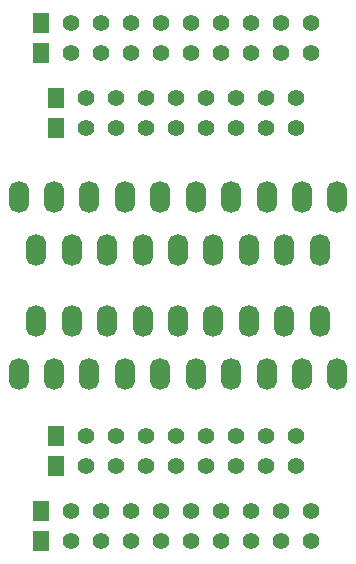
<source format=gts>
G04 (created by PCBNEW (2013-07-07 BZR 4022)-stable) date 05/11/2014 12:09:03*
%MOIN*%
G04 Gerber Fmt 3.4, Leading zero omitted, Abs format*
%FSLAX34Y34*%
G01*
G70*
G90*
G04 APERTURE LIST*
%ADD10C,0.00590551*%
%ADD11R,0.0551181X0.0669291*%
%ADD12C,0.0551181*%
%ADD13O,0.0669291X0.106299*%
G04 APERTURE END LIST*
G54D10*
G54D11*
X59750Y-54000D03*
G54D12*
X60750Y-54000D03*
X61750Y-54000D03*
X62750Y-54000D03*
X63750Y-54000D03*
X64750Y-54000D03*
X65750Y-54000D03*
X66750Y-54000D03*
X67750Y-54000D03*
X68750Y-54000D03*
G54D11*
X60250Y-66750D03*
G54D12*
X61250Y-66750D03*
X62250Y-66750D03*
X63250Y-66750D03*
X64250Y-66750D03*
X65250Y-66750D03*
X66250Y-66750D03*
X67250Y-66750D03*
X68250Y-66750D03*
G54D11*
X60250Y-56500D03*
G54D12*
X61250Y-56500D03*
X62250Y-56500D03*
X63250Y-56500D03*
X64250Y-56500D03*
X65250Y-56500D03*
X66250Y-56500D03*
X67250Y-56500D03*
X68250Y-56500D03*
G54D11*
X59750Y-69250D03*
G54D12*
X60750Y-69250D03*
X61750Y-69250D03*
X62750Y-69250D03*
X63750Y-69250D03*
X64750Y-69250D03*
X65750Y-69250D03*
X66750Y-69250D03*
X67750Y-69250D03*
X68750Y-69250D03*
G54D11*
X60250Y-55500D03*
G54D12*
X61250Y-55500D03*
X62250Y-55500D03*
X63250Y-55500D03*
X64250Y-55500D03*
X65250Y-55500D03*
X66250Y-55500D03*
X67250Y-55500D03*
X68250Y-55500D03*
G54D11*
X59750Y-53000D03*
G54D12*
X60750Y-53000D03*
X61750Y-53000D03*
X62750Y-53000D03*
X63750Y-53000D03*
X64750Y-53000D03*
X65750Y-53000D03*
X66750Y-53000D03*
X67750Y-53000D03*
X68750Y-53000D03*
G54D11*
X59750Y-70250D03*
G54D12*
X60750Y-70250D03*
X61750Y-70250D03*
X62750Y-70250D03*
X63750Y-70250D03*
X64750Y-70250D03*
X65750Y-70250D03*
X66750Y-70250D03*
X67750Y-70250D03*
X68750Y-70250D03*
G54D11*
X60250Y-67750D03*
G54D12*
X61250Y-67750D03*
X62250Y-67750D03*
X63250Y-67750D03*
X64250Y-67750D03*
X65250Y-67750D03*
X66250Y-67750D03*
X67250Y-67750D03*
X68250Y-67750D03*
G54D13*
X59000Y-58797D03*
X60181Y-58797D03*
X61362Y-58797D03*
X62543Y-58797D03*
X63724Y-58797D03*
X64905Y-58797D03*
X66086Y-58797D03*
X67267Y-58797D03*
X68448Y-58797D03*
X69629Y-58797D03*
X59000Y-64702D03*
X60181Y-64702D03*
X61362Y-64702D03*
X62543Y-64702D03*
X63724Y-64702D03*
X64905Y-64702D03*
X66086Y-64702D03*
X67267Y-64702D03*
X68448Y-64702D03*
X69629Y-64702D03*
X59590Y-60568D03*
X60774Y-60568D03*
X61955Y-60568D03*
X63137Y-60568D03*
X64318Y-60568D03*
X65499Y-60568D03*
X66680Y-60568D03*
X67861Y-60568D03*
X69042Y-60568D03*
X59590Y-62931D03*
X60774Y-62931D03*
X61955Y-62931D03*
X63137Y-62931D03*
X64318Y-62931D03*
X65499Y-62931D03*
X66680Y-62931D03*
X67861Y-62931D03*
X69042Y-62931D03*
M02*

</source>
